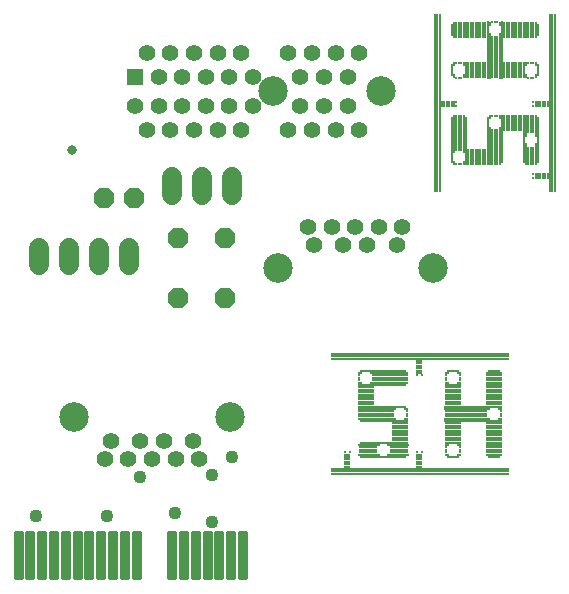
<source format=gts>
G75*
%MOIN*%
%OFA0B0*%
%FSLAX24Y24*%
%IPPOS*%
%LPD*%
%AMOC8*
5,1,8,0,0,1.08239X$1,22.5*
%
%ADD10C,0.0560*%
%ADD11C,0.0985*%
%ADD12C,0.0134*%
%ADD13R,0.0560X0.0560*%
%ADD14C,0.0651*%
%ADD15OC8,0.0690*%
%ADD16R,0.0080X0.5920*%
%ADD17R,0.0080X0.0240*%
%ADD18R,0.0080X0.1520*%
%ADD19R,0.0080X0.0400*%
%ADD20R,0.0080X0.0720*%
%ADD21R,0.0080X0.0160*%
%ADD22R,0.0080X0.0560*%
%ADD23R,0.0080X0.0080*%
%ADD24R,0.0080X0.0640*%
%ADD25R,0.0080X0.1600*%
%ADD26R,0.0080X0.1920*%
%ADD27R,0.0080X0.1280*%
%ADD28R,0.0080X0.1200*%
%ADD29R,0.0080X0.1440*%
%ADD30R,0.5920X0.0080*%
%ADD31R,0.0240X0.0080*%
%ADD32R,0.1520X0.0080*%
%ADD33R,0.0400X0.0080*%
%ADD34R,0.0720X0.0080*%
%ADD35R,0.0160X0.0080*%
%ADD36R,0.0560X0.0080*%
%ADD37R,0.0640X0.0080*%
%ADD38R,0.1600X0.0080*%
%ADD39R,0.1920X0.0080*%
%ADD40R,0.1280X0.0080*%
%ADD41R,0.1200X0.0080*%
%ADD42R,0.1440X0.0080*%
%ADD43C,0.0436*%
%ADD44C,0.0320*%
D10*
X003221Y004795D03*
X003418Y005385D03*
X004008Y004795D03*
X004402Y005385D03*
X004796Y004795D03*
X005189Y005385D03*
X005583Y004795D03*
X006174Y005385D03*
X006370Y004795D03*
X010189Y011921D03*
X009993Y012511D03*
X010780Y012511D03*
X011174Y011921D03*
X011567Y012511D03*
X011961Y011921D03*
X012355Y012511D03*
X012945Y011921D03*
X013142Y012511D03*
X011705Y015759D03*
X010918Y015759D03*
X010130Y015759D03*
X009343Y015759D03*
X009737Y016547D03*
X010524Y016547D03*
X011311Y016547D03*
X011311Y017531D03*
X010524Y017531D03*
X009737Y017531D03*
X010130Y018319D03*
X009343Y018319D03*
X008162Y017531D03*
X007374Y017531D03*
X006587Y017531D03*
X005800Y017531D03*
X005012Y017531D03*
X004619Y018319D03*
X005406Y018319D03*
X006193Y018319D03*
X006981Y018319D03*
X007768Y018319D03*
X007374Y016547D03*
X006587Y016547D03*
X005800Y016547D03*
X005012Y016547D03*
X004225Y016547D03*
X004619Y015759D03*
X005406Y015759D03*
X006193Y015759D03*
X006981Y015759D03*
X007768Y015759D03*
X008162Y016547D03*
X010918Y018319D03*
X011705Y018319D03*
D11*
X012414Y017039D03*
X008811Y017039D03*
X008981Y011133D03*
X007382Y006173D03*
X002209Y006173D03*
X014154Y011133D03*
D12*
X000448Y002320D02*
X000448Y000820D01*
X000246Y000820D01*
X000246Y002320D01*
X000448Y002320D01*
X000448Y000953D02*
X000246Y000953D01*
X000246Y001086D02*
X000448Y001086D01*
X000448Y001219D02*
X000246Y001219D01*
X000246Y001352D02*
X000448Y001352D01*
X000448Y001485D02*
X000246Y001485D01*
X000246Y001618D02*
X000448Y001618D01*
X000448Y001751D02*
X000246Y001751D01*
X000246Y001884D02*
X000448Y001884D01*
X000448Y002017D02*
X000246Y002017D01*
X000246Y002150D02*
X000448Y002150D01*
X000448Y002283D02*
X000246Y002283D01*
X000842Y002320D02*
X000842Y000820D01*
X000640Y000820D01*
X000640Y002320D01*
X000842Y002320D01*
X000842Y000953D02*
X000640Y000953D01*
X000640Y001086D02*
X000842Y001086D01*
X000842Y001219D02*
X000640Y001219D01*
X000640Y001352D02*
X000842Y001352D01*
X000842Y001485D02*
X000640Y001485D01*
X000640Y001618D02*
X000842Y001618D01*
X000842Y001751D02*
X000640Y001751D01*
X000640Y001884D02*
X000842Y001884D01*
X000842Y002017D02*
X000640Y002017D01*
X000640Y002150D02*
X000842Y002150D01*
X000842Y002283D02*
X000640Y002283D01*
X001235Y002320D02*
X001235Y000820D01*
X001033Y000820D01*
X001033Y002320D01*
X001235Y002320D01*
X001235Y000953D02*
X001033Y000953D01*
X001033Y001086D02*
X001235Y001086D01*
X001235Y001219D02*
X001033Y001219D01*
X001033Y001352D02*
X001235Y001352D01*
X001235Y001485D02*
X001033Y001485D01*
X001033Y001618D02*
X001235Y001618D01*
X001235Y001751D02*
X001033Y001751D01*
X001033Y001884D02*
X001235Y001884D01*
X001235Y002017D02*
X001033Y002017D01*
X001033Y002150D02*
X001235Y002150D01*
X001235Y002283D02*
X001033Y002283D01*
X001629Y002320D02*
X001629Y000820D01*
X001427Y000820D01*
X001427Y002320D01*
X001629Y002320D01*
X001629Y000953D02*
X001427Y000953D01*
X001427Y001086D02*
X001629Y001086D01*
X001629Y001219D02*
X001427Y001219D01*
X001427Y001352D02*
X001629Y001352D01*
X001629Y001485D02*
X001427Y001485D01*
X001427Y001618D02*
X001629Y001618D01*
X001629Y001751D02*
X001427Y001751D01*
X001427Y001884D02*
X001629Y001884D01*
X001629Y002017D02*
X001427Y002017D01*
X001427Y002150D02*
X001629Y002150D01*
X001629Y002283D02*
X001427Y002283D01*
X002023Y002320D02*
X002023Y000820D01*
X001821Y000820D01*
X001821Y002320D01*
X002023Y002320D01*
X002023Y000953D02*
X001821Y000953D01*
X001821Y001086D02*
X002023Y001086D01*
X002023Y001219D02*
X001821Y001219D01*
X001821Y001352D02*
X002023Y001352D01*
X002023Y001485D02*
X001821Y001485D01*
X001821Y001618D02*
X002023Y001618D01*
X002023Y001751D02*
X001821Y001751D01*
X001821Y001884D02*
X002023Y001884D01*
X002023Y002017D02*
X001821Y002017D01*
X001821Y002150D02*
X002023Y002150D01*
X002023Y002283D02*
X001821Y002283D01*
X002416Y002320D02*
X002416Y000820D01*
X002214Y000820D01*
X002214Y002320D01*
X002416Y002320D01*
X002416Y000953D02*
X002214Y000953D01*
X002214Y001086D02*
X002416Y001086D01*
X002416Y001219D02*
X002214Y001219D01*
X002214Y001352D02*
X002416Y001352D01*
X002416Y001485D02*
X002214Y001485D01*
X002214Y001618D02*
X002416Y001618D01*
X002416Y001751D02*
X002214Y001751D01*
X002214Y001884D02*
X002416Y001884D01*
X002416Y002017D02*
X002214Y002017D01*
X002214Y002150D02*
X002416Y002150D01*
X002416Y002283D02*
X002214Y002283D01*
X002810Y002320D02*
X002810Y000820D01*
X002608Y000820D01*
X002608Y002320D01*
X002810Y002320D01*
X002810Y000953D02*
X002608Y000953D01*
X002608Y001086D02*
X002810Y001086D01*
X002810Y001219D02*
X002608Y001219D01*
X002608Y001352D02*
X002810Y001352D01*
X002810Y001485D02*
X002608Y001485D01*
X002608Y001618D02*
X002810Y001618D01*
X002810Y001751D02*
X002608Y001751D01*
X002608Y001884D02*
X002810Y001884D01*
X002810Y002017D02*
X002608Y002017D01*
X002608Y002150D02*
X002810Y002150D01*
X002810Y002283D02*
X002608Y002283D01*
X003204Y002320D02*
X003204Y000820D01*
X003002Y000820D01*
X003002Y002320D01*
X003204Y002320D01*
X003204Y000953D02*
X003002Y000953D01*
X003002Y001086D02*
X003204Y001086D01*
X003204Y001219D02*
X003002Y001219D01*
X003002Y001352D02*
X003204Y001352D01*
X003204Y001485D02*
X003002Y001485D01*
X003002Y001618D02*
X003204Y001618D01*
X003204Y001751D02*
X003002Y001751D01*
X003002Y001884D02*
X003204Y001884D01*
X003204Y002017D02*
X003002Y002017D01*
X003002Y002150D02*
X003204Y002150D01*
X003204Y002283D02*
X003002Y002283D01*
X003597Y002320D02*
X003597Y000820D01*
X003395Y000820D01*
X003395Y002320D01*
X003597Y002320D01*
X003597Y000953D02*
X003395Y000953D01*
X003395Y001086D02*
X003597Y001086D01*
X003597Y001219D02*
X003395Y001219D01*
X003395Y001352D02*
X003597Y001352D01*
X003597Y001485D02*
X003395Y001485D01*
X003395Y001618D02*
X003597Y001618D01*
X003597Y001751D02*
X003395Y001751D01*
X003395Y001884D02*
X003597Y001884D01*
X003597Y002017D02*
X003395Y002017D01*
X003395Y002150D02*
X003597Y002150D01*
X003597Y002283D02*
X003395Y002283D01*
X003991Y002320D02*
X003991Y000820D01*
X003789Y000820D01*
X003789Y002320D01*
X003991Y002320D01*
X003991Y000953D02*
X003789Y000953D01*
X003789Y001086D02*
X003991Y001086D01*
X003991Y001219D02*
X003789Y001219D01*
X003789Y001352D02*
X003991Y001352D01*
X003991Y001485D02*
X003789Y001485D01*
X003789Y001618D02*
X003991Y001618D01*
X003991Y001751D02*
X003789Y001751D01*
X003789Y001884D02*
X003991Y001884D01*
X003991Y002017D02*
X003789Y002017D01*
X003789Y002150D02*
X003991Y002150D01*
X003991Y002283D02*
X003789Y002283D01*
X004385Y002320D02*
X004385Y000820D01*
X004183Y000820D01*
X004183Y002320D01*
X004385Y002320D01*
X004385Y000953D02*
X004183Y000953D01*
X004183Y001086D02*
X004385Y001086D01*
X004385Y001219D02*
X004183Y001219D01*
X004183Y001352D02*
X004385Y001352D01*
X004385Y001485D02*
X004183Y001485D01*
X004183Y001618D02*
X004385Y001618D01*
X004385Y001751D02*
X004183Y001751D01*
X004183Y001884D02*
X004385Y001884D01*
X004385Y002017D02*
X004183Y002017D01*
X004183Y002150D02*
X004385Y002150D01*
X004385Y002283D02*
X004183Y002283D01*
X005566Y002320D02*
X005566Y000820D01*
X005364Y000820D01*
X005364Y002320D01*
X005566Y002320D01*
X005566Y000953D02*
X005364Y000953D01*
X005364Y001086D02*
X005566Y001086D01*
X005566Y001219D02*
X005364Y001219D01*
X005364Y001352D02*
X005566Y001352D01*
X005566Y001485D02*
X005364Y001485D01*
X005364Y001618D02*
X005566Y001618D01*
X005566Y001751D02*
X005364Y001751D01*
X005364Y001884D02*
X005566Y001884D01*
X005566Y002017D02*
X005364Y002017D01*
X005364Y002150D02*
X005566Y002150D01*
X005566Y002283D02*
X005364Y002283D01*
X005960Y002320D02*
X005960Y000820D01*
X005758Y000820D01*
X005758Y002320D01*
X005960Y002320D01*
X005960Y000953D02*
X005758Y000953D01*
X005758Y001086D02*
X005960Y001086D01*
X005960Y001219D02*
X005758Y001219D01*
X005758Y001352D02*
X005960Y001352D01*
X005960Y001485D02*
X005758Y001485D01*
X005758Y001618D02*
X005960Y001618D01*
X005960Y001751D02*
X005758Y001751D01*
X005758Y001884D02*
X005960Y001884D01*
X005960Y002017D02*
X005758Y002017D01*
X005758Y002150D02*
X005960Y002150D01*
X005960Y002283D02*
X005758Y002283D01*
X006353Y002320D02*
X006353Y000820D01*
X006151Y000820D01*
X006151Y002320D01*
X006353Y002320D01*
X006353Y000953D02*
X006151Y000953D01*
X006151Y001086D02*
X006353Y001086D01*
X006353Y001219D02*
X006151Y001219D01*
X006151Y001352D02*
X006353Y001352D01*
X006353Y001485D02*
X006151Y001485D01*
X006151Y001618D02*
X006353Y001618D01*
X006353Y001751D02*
X006151Y001751D01*
X006151Y001884D02*
X006353Y001884D01*
X006353Y002017D02*
X006151Y002017D01*
X006151Y002150D02*
X006353Y002150D01*
X006353Y002283D02*
X006151Y002283D01*
X006747Y002320D02*
X006747Y000820D01*
X006545Y000820D01*
X006545Y002320D01*
X006747Y002320D01*
X006747Y000953D02*
X006545Y000953D01*
X006545Y001086D02*
X006747Y001086D01*
X006747Y001219D02*
X006545Y001219D01*
X006545Y001352D02*
X006747Y001352D01*
X006747Y001485D02*
X006545Y001485D01*
X006545Y001618D02*
X006747Y001618D01*
X006747Y001751D02*
X006545Y001751D01*
X006545Y001884D02*
X006747Y001884D01*
X006747Y002017D02*
X006545Y002017D01*
X006545Y002150D02*
X006747Y002150D01*
X006747Y002283D02*
X006545Y002283D01*
X007141Y002320D02*
X007141Y000820D01*
X006939Y000820D01*
X006939Y002320D01*
X007141Y002320D01*
X007141Y000953D02*
X006939Y000953D01*
X006939Y001086D02*
X007141Y001086D01*
X007141Y001219D02*
X006939Y001219D01*
X006939Y001352D02*
X007141Y001352D01*
X007141Y001485D02*
X006939Y001485D01*
X006939Y001618D02*
X007141Y001618D01*
X007141Y001751D02*
X006939Y001751D01*
X006939Y001884D02*
X007141Y001884D01*
X007141Y002017D02*
X006939Y002017D01*
X006939Y002150D02*
X007141Y002150D01*
X007141Y002283D02*
X006939Y002283D01*
X007534Y002320D02*
X007534Y000820D01*
X007332Y000820D01*
X007332Y002320D01*
X007534Y002320D01*
X007534Y000953D02*
X007332Y000953D01*
X007332Y001086D02*
X007534Y001086D01*
X007534Y001219D02*
X007332Y001219D01*
X007332Y001352D02*
X007534Y001352D01*
X007534Y001485D02*
X007332Y001485D01*
X007332Y001618D02*
X007534Y001618D01*
X007534Y001751D02*
X007332Y001751D01*
X007332Y001884D02*
X007534Y001884D01*
X007534Y002017D02*
X007332Y002017D01*
X007332Y002150D02*
X007534Y002150D01*
X007534Y002283D02*
X007332Y002283D01*
X007928Y002320D02*
X007928Y000820D01*
X007726Y000820D01*
X007726Y002320D01*
X007928Y002320D01*
X007928Y000953D02*
X007726Y000953D01*
X007726Y001086D02*
X007928Y001086D01*
X007928Y001219D02*
X007726Y001219D01*
X007726Y001352D02*
X007928Y001352D01*
X007928Y001485D02*
X007726Y001485D01*
X007726Y001618D02*
X007928Y001618D01*
X007928Y001751D02*
X007726Y001751D01*
X007726Y001884D02*
X007928Y001884D01*
X007928Y002017D02*
X007726Y002017D01*
X007726Y002150D02*
X007928Y002150D01*
X007928Y002283D02*
X007726Y002283D01*
D13*
X004225Y017531D03*
D14*
X005449Y014185D02*
X005449Y013594D01*
X006449Y013594D02*
X006449Y014185D01*
X007449Y014185D02*
X007449Y013594D01*
X004012Y011822D02*
X004012Y011232D01*
X003012Y011232D02*
X003012Y011822D01*
X002012Y011822D02*
X002012Y011232D01*
X001012Y011232D02*
X001012Y011822D01*
D15*
X003193Y013496D03*
X004193Y013496D03*
X005662Y012133D03*
X007237Y012133D03*
X007237Y010133D03*
X005662Y010133D03*
D16*
X014217Y016656D03*
X014297Y016656D03*
X014377Y016656D03*
X018057Y016656D03*
X018137Y016656D03*
X018217Y016656D03*
D17*
X017977Y016616D03*
X017897Y016616D03*
X017817Y016616D03*
X017737Y016616D03*
X017657Y016616D03*
X017577Y016616D03*
X017577Y014216D03*
X017657Y014216D03*
X017737Y014216D03*
X017817Y014216D03*
X017897Y014216D03*
X017977Y014216D03*
X014857Y016616D03*
X014777Y016616D03*
X014697Y016616D03*
X014617Y016616D03*
X014537Y016616D03*
X014457Y016616D03*
D18*
X014777Y015416D03*
X017657Y015416D03*
X016377Y018216D03*
X016057Y018216D03*
D19*
X014777Y017736D03*
X014777Y019096D03*
X017657Y019096D03*
X017657Y017736D03*
D20*
X017577Y015896D03*
X017257Y015896D03*
X017257Y014936D03*
X017577Y014936D03*
D21*
X016377Y016176D03*
X016057Y016176D03*
X015177Y017536D03*
X014857Y017536D03*
X014857Y017936D03*
X015177Y017936D03*
X016057Y019296D03*
X016377Y019296D03*
X017257Y017936D03*
X017577Y017936D03*
X017577Y017536D03*
X017257Y017536D03*
X015177Y014656D03*
X014857Y014656D03*
D22*
X015337Y014856D03*
X015417Y014856D03*
X015497Y014856D03*
X015577Y014856D03*
X015657Y014856D03*
X015737Y014856D03*
X015817Y014856D03*
X015897Y014856D03*
X016537Y015976D03*
X016617Y015976D03*
X016697Y015976D03*
X016777Y015976D03*
X016857Y015976D03*
X016937Y015976D03*
X017017Y015976D03*
X017097Y015976D03*
X017097Y017736D03*
X017017Y017736D03*
X016937Y017736D03*
X016857Y017736D03*
X016777Y017736D03*
X016697Y017736D03*
X016617Y017736D03*
X016537Y017736D03*
X015897Y017736D03*
X015817Y017736D03*
X015737Y017736D03*
X015657Y017736D03*
X015577Y017736D03*
X015497Y017736D03*
X015417Y017736D03*
X015337Y017736D03*
X015257Y017736D03*
X015257Y019096D03*
X015177Y019096D03*
X015097Y019096D03*
X015017Y019096D03*
X014937Y019096D03*
X014857Y019096D03*
X015337Y019096D03*
X015417Y019096D03*
X015497Y019096D03*
X015577Y019096D03*
X015657Y019096D03*
X015737Y019096D03*
X015817Y019096D03*
X015897Y019096D03*
X016537Y019096D03*
X016617Y019096D03*
X016697Y019096D03*
X016777Y019096D03*
X016857Y019096D03*
X016937Y019096D03*
X017017Y019096D03*
X017097Y019096D03*
X017177Y019096D03*
X017257Y019096D03*
X017337Y019096D03*
X017417Y019096D03*
X017497Y019096D03*
X017577Y019096D03*
X017177Y017736D03*
D23*
X017337Y017976D03*
X017417Y017976D03*
X017497Y017976D03*
X017497Y017496D03*
X017417Y017496D03*
X017337Y017496D03*
X017497Y016696D03*
X017497Y016536D03*
X016297Y016216D03*
X016217Y016216D03*
X016137Y016216D03*
X014937Y016536D03*
X014937Y016696D03*
X014937Y017496D03*
X015017Y017496D03*
X015097Y017496D03*
X015097Y017976D03*
X015017Y017976D03*
X014937Y017976D03*
X016137Y019336D03*
X016217Y019336D03*
X016297Y019336D03*
X015097Y014616D03*
X015017Y014616D03*
X014937Y014616D03*
X017497Y014296D03*
X017497Y014136D03*
X015063Y007567D03*
X015063Y007487D03*
X015063Y007407D03*
X014583Y007407D03*
X014583Y007487D03*
X014583Y007567D03*
X013783Y007567D03*
X013623Y007567D03*
X013303Y006367D03*
X013303Y006287D03*
X013303Y006207D03*
X013623Y005007D03*
X013783Y005007D03*
X014583Y005007D03*
X014583Y005087D03*
X014583Y005167D03*
X015063Y005167D03*
X015063Y005087D03*
X015063Y005007D03*
X016423Y006207D03*
X016423Y006287D03*
X016423Y006367D03*
X011703Y007407D03*
X011703Y007487D03*
X011703Y007567D03*
X011383Y005007D03*
X011223Y005007D03*
D24*
X017337Y014896D03*
X017417Y014896D03*
X017497Y014896D03*
X017497Y015936D03*
X017417Y015936D03*
X017337Y015936D03*
D25*
X017177Y015456D03*
X016457Y015456D03*
X015977Y015376D03*
X015257Y015376D03*
D26*
X015977Y018416D03*
X016457Y018416D03*
D27*
X015177Y015616D03*
X014857Y015616D03*
X016057Y015216D03*
X016377Y015216D03*
D28*
X016297Y015176D03*
X016217Y015176D03*
X016137Y015176D03*
X015097Y015656D03*
X015017Y015656D03*
X014937Y015656D03*
D29*
X016137Y018176D03*
X016217Y018176D03*
X016297Y018176D03*
D30*
X013743Y008287D03*
X013743Y008207D03*
X013743Y008127D03*
X013743Y004447D03*
X013743Y004367D03*
X013743Y004287D03*
D31*
X013703Y004527D03*
X013703Y004607D03*
X013703Y004687D03*
X013703Y004767D03*
X013703Y004847D03*
X013703Y004927D03*
X011303Y004927D03*
X011303Y004847D03*
X011303Y004767D03*
X011303Y004687D03*
X011303Y004607D03*
X011303Y004527D03*
X013703Y007647D03*
X013703Y007727D03*
X013703Y007807D03*
X013703Y007887D03*
X013703Y007967D03*
X013703Y008047D03*
D32*
X012503Y007727D03*
X012503Y004847D03*
X015303Y006127D03*
X015303Y006447D03*
D33*
X014823Y007727D03*
X016183Y007727D03*
X016183Y004847D03*
X014823Y004847D03*
D34*
X012983Y004927D03*
X012983Y005247D03*
X012023Y005247D03*
X012023Y004927D03*
D35*
X013263Y006127D03*
X013263Y006447D03*
X014623Y007327D03*
X014623Y007647D03*
X015023Y007647D03*
X015023Y007327D03*
X016383Y006447D03*
X016383Y006127D03*
X015023Y005247D03*
X015023Y004927D03*
X014623Y004927D03*
X014623Y005247D03*
X011743Y007327D03*
X011743Y007647D03*
D36*
X011943Y007167D03*
X011943Y007087D03*
X011943Y007007D03*
X011943Y006927D03*
X011943Y006847D03*
X011943Y006767D03*
X011943Y006687D03*
X011943Y006607D03*
X013063Y005967D03*
X013063Y005887D03*
X013063Y005807D03*
X013063Y005727D03*
X013063Y005647D03*
X013063Y005567D03*
X013063Y005487D03*
X013063Y005407D03*
X014823Y005407D03*
X014823Y005487D03*
X014823Y005567D03*
X014823Y005647D03*
X014823Y005727D03*
X014823Y005807D03*
X014823Y005887D03*
X014823Y005967D03*
X014823Y005327D03*
X014823Y006607D03*
X014823Y006687D03*
X014823Y006767D03*
X014823Y006847D03*
X014823Y006927D03*
X014823Y007007D03*
X014823Y007087D03*
X014823Y007167D03*
X014823Y007247D03*
X016183Y007247D03*
X016183Y007327D03*
X016183Y007407D03*
X016183Y007487D03*
X016183Y007567D03*
X016183Y007647D03*
X016183Y007167D03*
X016183Y007087D03*
X016183Y007007D03*
X016183Y006927D03*
X016183Y006847D03*
X016183Y006767D03*
X016183Y006687D03*
X016183Y006607D03*
X016183Y005967D03*
X016183Y005887D03*
X016183Y005807D03*
X016183Y005727D03*
X016183Y005647D03*
X016183Y005567D03*
X016183Y005487D03*
X016183Y005407D03*
X016183Y005327D03*
X016183Y005247D03*
X016183Y005167D03*
X016183Y005087D03*
X016183Y005007D03*
X016183Y004927D03*
D37*
X013023Y005007D03*
X013023Y005087D03*
X013023Y005167D03*
X011983Y005167D03*
X011983Y005087D03*
X011983Y005007D03*
D38*
X012543Y005327D03*
X012543Y006047D03*
X012463Y006527D03*
X012463Y007247D03*
D39*
X015503Y006527D03*
X015503Y006047D03*
D40*
X012703Y007327D03*
X012703Y007647D03*
X012303Y006447D03*
X012303Y006127D03*
D41*
X012263Y006207D03*
X012263Y006287D03*
X012263Y006367D03*
X012743Y007407D03*
X012743Y007487D03*
X012743Y007567D03*
D42*
X015263Y006367D03*
X015263Y006287D03*
X015263Y006207D03*
D43*
X007473Y004834D03*
X006804Y004263D03*
X005563Y002984D03*
X004382Y004165D03*
X003300Y002866D03*
X000937Y002866D03*
X006804Y002689D03*
D44*
X002119Y015070D03*
M02*

</source>
